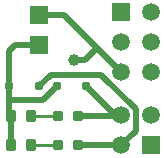
<source format=gtl>
G04 Layer_Physical_Order=1*
G04 Layer_Color=255*
%FSLAX44Y44*%
%MOMM*%
G71*
G01*
G75*
G04:AMPARAMS|DCode=10|XSize=0.6mm|YSize=0.7mm|CornerRadius=0.075mm|HoleSize=0mm|Usage=FLASHONLY|Rotation=180.000|XOffset=0mm|YOffset=0mm|HoleType=Round|Shape=RoundedRectangle|*
%AMROUNDEDRECTD10*
21,1,0.6000,0.5500,0,0,180.0*
21,1,0.4500,0.7000,0,0,180.0*
1,1,0.1500,-0.2250,0.2750*
1,1,0.1500,0.2250,0.2750*
1,1,0.1500,0.2250,-0.2750*
1,1,0.1500,-0.2250,-0.2750*
%
%ADD10ROUNDEDRECTD10*%
G04:AMPARAMS|DCode=11|XSize=1mm|YSize=0.9mm|CornerRadius=0.1125mm|HoleSize=0mm|Usage=FLASHONLY|Rotation=90.000|XOffset=0mm|YOffset=0mm|HoleType=Round|Shape=RoundedRectangle|*
%AMROUNDEDRECTD11*
21,1,1.0000,0.6750,0,0,90.0*
21,1,0.7750,0.9000,0,0,90.0*
1,1,0.2250,0.3375,0.3875*
1,1,0.2250,0.3375,-0.3875*
1,1,0.2250,-0.3375,-0.3875*
1,1,0.2250,-0.3375,0.3875*
%
%ADD11ROUNDEDRECTD11*%
G04:AMPARAMS|DCode=12|XSize=0.8mm|YSize=0.8mm|CornerRadius=0.1mm|HoleSize=0mm|Usage=FLASHONLY|Rotation=0.000|XOffset=0mm|YOffset=0mm|HoleType=Round|Shape=RoundedRectangle|*
%AMROUNDEDRECTD12*
21,1,0.8000,0.6000,0,0,0.0*
21,1,0.6000,0.8000,0,0,0.0*
1,1,0.2000,0.3000,-0.3000*
1,1,0.2000,-0.3000,-0.3000*
1,1,0.2000,-0.3000,0.3000*
1,1,0.2000,0.3000,0.3000*
%
%ADD12ROUNDEDRECTD12*%
%ADD13C,0.5000*%
%ADD14C,0.2500*%
%ADD15R,1.5240X1.5240*%
%ADD16R,1.5000X1.5000*%
%ADD17C,1.5000*%
%ADD18C,1.0000*%
D10*
X40000Y72500D02*
D03*
X15000D02*
D03*
X80000D02*
D03*
X55000D02*
D03*
D11*
X16500Y22500D02*
D03*
X33500D02*
D03*
X16500Y47500D02*
D03*
X33500D02*
D03*
D12*
X73500Y22500D02*
D03*
X56500D02*
D03*
X73500Y47500D02*
D03*
X56500D02*
D03*
D13*
X89200Y105000D02*
X110000Y84200D01*
X61300Y132900D02*
X89200Y105000D01*
X79201Y95000D02*
X89200Y105000D01*
X70000Y95000D02*
X79201D01*
X92678Y82500D02*
X122100Y53078D01*
X50000Y82500D02*
X92678D01*
X40000Y72500D02*
X50000Y82500D01*
X40000Y132900D02*
X61300D01*
X15000Y60750D02*
Y72500D01*
Y48999D02*
Y60750D01*
X43250D01*
X55000Y72500D01*
X109600Y22500D02*
X122100Y35000D01*
Y53078D01*
X40000Y72500D02*
X40000D01*
X73500Y47500D02*
X105000D01*
X109200D01*
X80000Y72500D02*
X105000Y47500D01*
X16500Y22500D02*
Y47500D01*
X15000Y48999D02*
X16500Y47500D01*
X15000Y72500D02*
Y102500D01*
X20000Y107500D01*
X40000D01*
X73500Y22500D02*
X109600D01*
D14*
X33500Y47500D02*
X56500D01*
X33500Y22500D02*
X56500D01*
D15*
X40000Y107500D02*
D03*
Y132900D02*
D03*
D16*
X135000Y22500D02*
D03*
X110000Y135000D02*
D03*
D17*
X109600Y22500D02*
D03*
X135000Y47900D02*
D03*
X109600D02*
D03*
X135400Y84200D02*
D03*
X110000D02*
D03*
X135400Y109600D02*
D03*
X110000D02*
D03*
X135400Y135000D02*
D03*
D18*
X70000Y95000D02*
D03*
M02*

</source>
